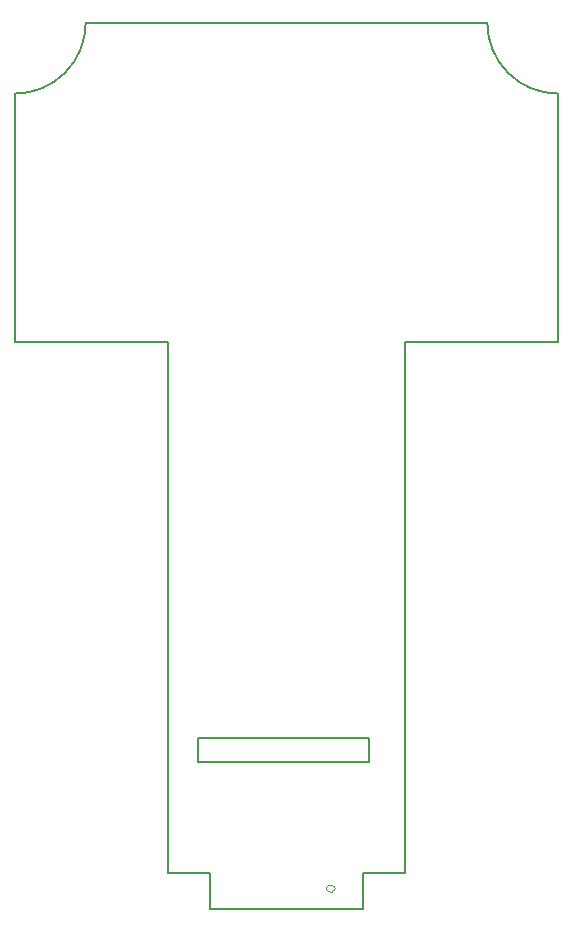
<source format=gbr>
%TF.GenerationSoftware,KiCad,Pcbnew,6.0.2+dfsg-1*%
%TF.CreationDate,2022-11-26T14:15:53-05:00*%
%TF.ProjectId,vindick,76696e64-6963-46b2-9e6b-696361645f70,rev?*%
%TF.SameCoordinates,Original*%
%TF.FileFunction,Profile,NP*%
%FSLAX46Y46*%
G04 Gerber Fmt 4.6, Leading zero omitted, Abs format (unit mm)*
G04 Created by KiCad (PCBNEW 6.0.2+dfsg-1) date 2022-11-26 14:15:53*
%MOMM*%
%LPD*%
G01*
G04 APERTURE LIST*
%TA.AperFunction,Profile*%
%ADD10C,0.200000*%
%TD*%
%TA.AperFunction,Profile*%
%ADD11C,0.100000*%
%TD*%
G04 APERTURE END LIST*
D10*
X36900000Y-62500000D02*
X36900000Y-62500000D01*
X82900000Y-62500000D02*
X82900000Y-62500000D01*
X36900000Y-62500000D02*
X36900000Y-62500000D01*
X53400000Y-128500000D02*
X49900000Y-128500000D01*
X52400000Y-117050000D02*
X52400000Y-117050000D01*
X36900000Y-83500000D02*
X36900000Y-62500000D01*
X53400000Y-128500000D02*
X53400000Y-128500000D01*
X69900000Y-83500000D02*
X69900000Y-83500000D01*
X53400000Y-131500000D02*
X53400000Y-131500000D01*
X66400000Y-128500000D02*
X66400000Y-128500000D01*
X49900000Y-83500000D02*
X36900000Y-83500000D01*
X52400000Y-117050000D02*
X52400000Y-117050000D01*
X49900000Y-128500000D02*
X49900000Y-128500000D01*
X49900000Y-83500000D02*
X49900000Y-83500000D01*
X69900000Y-128500000D02*
X69900000Y-83500000D01*
X36900000Y-62500000D02*
G75*
G03*
X42900000Y-56500000I1J5999999D01*
G01*
X76900000Y-56500000D02*
G75*
G03*
X82900000Y-62500000I5999999J-1D01*
G01*
X69900000Y-128500000D02*
X69900000Y-128500000D01*
X66900000Y-119050000D02*
X66900000Y-119050000D01*
X66900000Y-117050000D02*
X66900000Y-119050000D01*
X36900000Y-83500000D02*
X36900000Y-83500000D01*
X36900000Y-83500000D02*
X36900000Y-83500000D01*
X69900000Y-83500000D02*
X69900000Y-83500000D01*
X82900000Y-62500000D02*
X82900000Y-62500000D01*
X42900000Y-56500000D02*
X76900000Y-56500000D01*
X49900000Y-128500000D02*
X49900000Y-83500000D01*
X82900000Y-62500000D02*
X82900000Y-83500000D01*
X76900000Y-56500000D02*
X76900000Y-56500000D01*
X53400000Y-131500000D02*
X53400000Y-131500000D01*
X52400000Y-119050000D02*
X52400000Y-119050000D01*
X82900000Y-83500000D02*
X82900000Y-83500000D01*
X52400000Y-117050000D02*
X66900000Y-117050000D01*
X66400000Y-128500000D02*
X66400000Y-128500000D01*
X66400000Y-131500000D02*
X66400000Y-131500000D01*
X69900000Y-128500000D02*
X69900000Y-128500000D01*
X82900000Y-83500000D02*
X82900000Y-83500000D01*
X53400000Y-131500000D02*
X66400000Y-131500000D01*
X42900000Y-56500000D02*
X42900000Y-56500000D01*
X66900000Y-117050000D02*
X66900000Y-117050000D01*
X66900000Y-119050000D02*
X66900000Y-119050000D01*
X66900000Y-117050000D02*
X66900000Y-117050000D01*
X52400000Y-119050000D02*
X52400000Y-119050000D01*
X66400000Y-128500000D02*
X69900000Y-128500000D01*
X66400000Y-131500000D02*
X66400000Y-128500000D01*
X42900000Y-56500000D02*
X42900000Y-56500000D01*
X66900000Y-119050000D02*
X52400000Y-119050000D01*
X52400000Y-119050000D02*
X52400000Y-117050000D01*
X66400000Y-131500000D02*
X66400000Y-131500000D01*
X69900000Y-83500000D02*
X82900000Y-83500000D01*
X49900000Y-83500000D02*
X49900000Y-83500000D01*
X76900000Y-56500000D02*
X76900000Y-56500000D01*
X53400000Y-128500000D02*
X53400000Y-128500000D01*
X49900000Y-128500000D02*
X49900000Y-128500000D01*
X53400000Y-128500000D02*
X53400000Y-131500000D01*
D11*
%TO.C,J1*%
X63550000Y-129540000D02*
X63750000Y-129540000D01*
X63750000Y-130060000D02*
X63550000Y-130060000D01*
X64010000Y-129800000D02*
G75*
G03*
X63750000Y-129540000I-259999J1D01*
G01*
X63750000Y-130060000D02*
G75*
G03*
X64010000Y-129800000I1J259999D01*
G01*
X63550000Y-129540000D02*
G75*
G03*
X63290000Y-129800000I-1J-259999D01*
G01*
X63290000Y-129800000D02*
G75*
G03*
X63550000Y-130060000I259999J-1D01*
G01*
%TD*%
M02*

</source>
